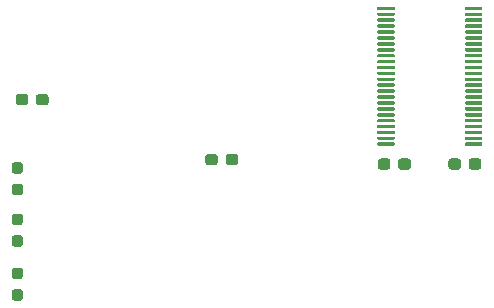
<source format=gbp>
G04 #@! TF.GenerationSoftware,KiCad,Pcbnew,5.1.10*
G04 #@! TF.CreationDate,2021-08-30T11:46:02-07:00*
G04 #@! TF.ProjectId,M68K-BREAKOUT,4d36384b-2d42-4524-9541-4b4f55542e6b,rev?*
G04 #@! TF.SameCoordinates,Original*
G04 #@! TF.FileFunction,Paste,Bot*
G04 #@! TF.FilePolarity,Positive*
%FSLAX46Y46*%
G04 Gerber Fmt 4.6, Leading zero omitted, Abs format (unit mm)*
G04 Created by KiCad (PCBNEW 5.1.10) date 2021-08-30 11:46:02*
%MOMM*%
%LPD*%
G01*
G04 APERTURE LIST*
G04 APERTURE END LIST*
G36*
G01*
X126889500Y-107105000D02*
X127364500Y-107105000D01*
G75*
G02*
X127602000Y-107342500I0J-237500D01*
G01*
X127602000Y-107842500D01*
G75*
G02*
X127364500Y-108080000I-237500J0D01*
G01*
X126889500Y-108080000D01*
G75*
G02*
X126652000Y-107842500I0J237500D01*
G01*
X126652000Y-107342500D01*
G75*
G02*
X126889500Y-107105000I237500J0D01*
G01*
G37*
G36*
G01*
X126889500Y-105280000D02*
X127364500Y-105280000D01*
G75*
G02*
X127602000Y-105517500I0J-237500D01*
G01*
X127602000Y-106017500D01*
G75*
G02*
X127364500Y-106255000I-237500J0D01*
G01*
X126889500Y-106255000D01*
G75*
G02*
X126652000Y-106017500I0J237500D01*
G01*
X126652000Y-105517500D01*
G75*
G02*
X126889500Y-105280000I237500J0D01*
G01*
G37*
G36*
G01*
X164685000Y-96282500D02*
X164685000Y-96757500D01*
G75*
G02*
X164447500Y-96995000I-237500J0D01*
G01*
X163847500Y-96995000D01*
G75*
G02*
X163610000Y-96757500I0J237500D01*
G01*
X163610000Y-96282500D01*
G75*
G02*
X163847500Y-96045000I237500J0D01*
G01*
X164447500Y-96045000D01*
G75*
G02*
X164685000Y-96282500I0J-237500D01*
G01*
G37*
G36*
G01*
X166410000Y-96282500D02*
X166410000Y-96757500D01*
G75*
G02*
X166172500Y-96995000I-237500J0D01*
G01*
X165572500Y-96995000D01*
G75*
G02*
X165335000Y-96757500I0J237500D01*
G01*
X165335000Y-96282500D01*
G75*
G02*
X165572500Y-96045000I237500J0D01*
G01*
X166172500Y-96045000D01*
G75*
G02*
X166410000Y-96282500I0J-237500D01*
G01*
G37*
G36*
G01*
X159366000Y-96757500D02*
X159366000Y-96282500D01*
G75*
G02*
X159603500Y-96045000I237500J0D01*
G01*
X160203500Y-96045000D01*
G75*
G02*
X160441000Y-96282500I0J-237500D01*
G01*
X160441000Y-96757500D01*
G75*
G02*
X160203500Y-96995000I-237500J0D01*
G01*
X159603500Y-96995000D01*
G75*
G02*
X159366000Y-96757500I0J237500D01*
G01*
G37*
G36*
G01*
X157641000Y-96757500D02*
X157641000Y-96282500D01*
G75*
G02*
X157878500Y-96045000I237500J0D01*
G01*
X158478500Y-96045000D01*
G75*
G02*
X158716000Y-96282500I0J-237500D01*
G01*
X158716000Y-96757500D01*
G75*
G02*
X158478500Y-96995000I-237500J0D01*
G01*
X157878500Y-96995000D01*
G75*
G02*
X157641000Y-96757500I0J237500D01*
G01*
G37*
G36*
G01*
X165027000Y-94915500D02*
X165027000Y-94765500D01*
G75*
G02*
X165102000Y-94690500I75000J0D01*
G01*
X166427000Y-94690500D01*
G75*
G02*
X166502000Y-94765500I0J-75000D01*
G01*
X166502000Y-94915500D01*
G75*
G02*
X166427000Y-94990500I-75000J0D01*
G01*
X165102000Y-94990500D01*
G75*
G02*
X165027000Y-94915500I0J75000D01*
G01*
G37*
G36*
G01*
X165027000Y-94415500D02*
X165027000Y-94265500D01*
G75*
G02*
X165102000Y-94190500I75000J0D01*
G01*
X166427000Y-94190500D01*
G75*
G02*
X166502000Y-94265500I0J-75000D01*
G01*
X166502000Y-94415500D01*
G75*
G02*
X166427000Y-94490500I-75000J0D01*
G01*
X165102000Y-94490500D01*
G75*
G02*
X165027000Y-94415500I0J75000D01*
G01*
G37*
G36*
G01*
X165027000Y-93915500D02*
X165027000Y-93765500D01*
G75*
G02*
X165102000Y-93690500I75000J0D01*
G01*
X166427000Y-93690500D01*
G75*
G02*
X166502000Y-93765500I0J-75000D01*
G01*
X166502000Y-93915500D01*
G75*
G02*
X166427000Y-93990500I-75000J0D01*
G01*
X165102000Y-93990500D01*
G75*
G02*
X165027000Y-93915500I0J75000D01*
G01*
G37*
G36*
G01*
X165027000Y-93415500D02*
X165027000Y-93265500D01*
G75*
G02*
X165102000Y-93190500I75000J0D01*
G01*
X166427000Y-93190500D01*
G75*
G02*
X166502000Y-93265500I0J-75000D01*
G01*
X166502000Y-93415500D01*
G75*
G02*
X166427000Y-93490500I-75000J0D01*
G01*
X165102000Y-93490500D01*
G75*
G02*
X165027000Y-93415500I0J75000D01*
G01*
G37*
G36*
G01*
X165027000Y-92915500D02*
X165027000Y-92765500D01*
G75*
G02*
X165102000Y-92690500I75000J0D01*
G01*
X166427000Y-92690500D01*
G75*
G02*
X166502000Y-92765500I0J-75000D01*
G01*
X166502000Y-92915500D01*
G75*
G02*
X166427000Y-92990500I-75000J0D01*
G01*
X165102000Y-92990500D01*
G75*
G02*
X165027000Y-92915500I0J75000D01*
G01*
G37*
G36*
G01*
X165027000Y-92415500D02*
X165027000Y-92265500D01*
G75*
G02*
X165102000Y-92190500I75000J0D01*
G01*
X166427000Y-92190500D01*
G75*
G02*
X166502000Y-92265500I0J-75000D01*
G01*
X166502000Y-92415500D01*
G75*
G02*
X166427000Y-92490500I-75000J0D01*
G01*
X165102000Y-92490500D01*
G75*
G02*
X165027000Y-92415500I0J75000D01*
G01*
G37*
G36*
G01*
X165027000Y-91915500D02*
X165027000Y-91765500D01*
G75*
G02*
X165102000Y-91690500I75000J0D01*
G01*
X166427000Y-91690500D01*
G75*
G02*
X166502000Y-91765500I0J-75000D01*
G01*
X166502000Y-91915500D01*
G75*
G02*
X166427000Y-91990500I-75000J0D01*
G01*
X165102000Y-91990500D01*
G75*
G02*
X165027000Y-91915500I0J75000D01*
G01*
G37*
G36*
G01*
X165027000Y-91415500D02*
X165027000Y-91265500D01*
G75*
G02*
X165102000Y-91190500I75000J0D01*
G01*
X166427000Y-91190500D01*
G75*
G02*
X166502000Y-91265500I0J-75000D01*
G01*
X166502000Y-91415500D01*
G75*
G02*
X166427000Y-91490500I-75000J0D01*
G01*
X165102000Y-91490500D01*
G75*
G02*
X165027000Y-91415500I0J75000D01*
G01*
G37*
G36*
G01*
X165027000Y-90915500D02*
X165027000Y-90765500D01*
G75*
G02*
X165102000Y-90690500I75000J0D01*
G01*
X166427000Y-90690500D01*
G75*
G02*
X166502000Y-90765500I0J-75000D01*
G01*
X166502000Y-90915500D01*
G75*
G02*
X166427000Y-90990500I-75000J0D01*
G01*
X165102000Y-90990500D01*
G75*
G02*
X165027000Y-90915500I0J75000D01*
G01*
G37*
G36*
G01*
X165027000Y-90415500D02*
X165027000Y-90265500D01*
G75*
G02*
X165102000Y-90190500I75000J0D01*
G01*
X166427000Y-90190500D01*
G75*
G02*
X166502000Y-90265500I0J-75000D01*
G01*
X166502000Y-90415500D01*
G75*
G02*
X166427000Y-90490500I-75000J0D01*
G01*
X165102000Y-90490500D01*
G75*
G02*
X165027000Y-90415500I0J75000D01*
G01*
G37*
G36*
G01*
X165027000Y-89915500D02*
X165027000Y-89765500D01*
G75*
G02*
X165102000Y-89690500I75000J0D01*
G01*
X166427000Y-89690500D01*
G75*
G02*
X166502000Y-89765500I0J-75000D01*
G01*
X166502000Y-89915500D01*
G75*
G02*
X166427000Y-89990500I-75000J0D01*
G01*
X165102000Y-89990500D01*
G75*
G02*
X165027000Y-89915500I0J75000D01*
G01*
G37*
G36*
G01*
X165027000Y-89415500D02*
X165027000Y-89265500D01*
G75*
G02*
X165102000Y-89190500I75000J0D01*
G01*
X166427000Y-89190500D01*
G75*
G02*
X166502000Y-89265500I0J-75000D01*
G01*
X166502000Y-89415500D01*
G75*
G02*
X166427000Y-89490500I-75000J0D01*
G01*
X165102000Y-89490500D01*
G75*
G02*
X165027000Y-89415500I0J75000D01*
G01*
G37*
G36*
G01*
X165027000Y-88915500D02*
X165027000Y-88765500D01*
G75*
G02*
X165102000Y-88690500I75000J0D01*
G01*
X166427000Y-88690500D01*
G75*
G02*
X166502000Y-88765500I0J-75000D01*
G01*
X166502000Y-88915500D01*
G75*
G02*
X166427000Y-88990500I-75000J0D01*
G01*
X165102000Y-88990500D01*
G75*
G02*
X165027000Y-88915500I0J75000D01*
G01*
G37*
G36*
G01*
X165027000Y-88415500D02*
X165027000Y-88265500D01*
G75*
G02*
X165102000Y-88190500I75000J0D01*
G01*
X166427000Y-88190500D01*
G75*
G02*
X166502000Y-88265500I0J-75000D01*
G01*
X166502000Y-88415500D01*
G75*
G02*
X166427000Y-88490500I-75000J0D01*
G01*
X165102000Y-88490500D01*
G75*
G02*
X165027000Y-88415500I0J75000D01*
G01*
G37*
G36*
G01*
X165027000Y-87915500D02*
X165027000Y-87765500D01*
G75*
G02*
X165102000Y-87690500I75000J0D01*
G01*
X166427000Y-87690500D01*
G75*
G02*
X166502000Y-87765500I0J-75000D01*
G01*
X166502000Y-87915500D01*
G75*
G02*
X166427000Y-87990500I-75000J0D01*
G01*
X165102000Y-87990500D01*
G75*
G02*
X165027000Y-87915500I0J75000D01*
G01*
G37*
G36*
G01*
X165027000Y-87415500D02*
X165027000Y-87265500D01*
G75*
G02*
X165102000Y-87190500I75000J0D01*
G01*
X166427000Y-87190500D01*
G75*
G02*
X166502000Y-87265500I0J-75000D01*
G01*
X166502000Y-87415500D01*
G75*
G02*
X166427000Y-87490500I-75000J0D01*
G01*
X165102000Y-87490500D01*
G75*
G02*
X165027000Y-87415500I0J75000D01*
G01*
G37*
G36*
G01*
X165027000Y-86915500D02*
X165027000Y-86765500D01*
G75*
G02*
X165102000Y-86690500I75000J0D01*
G01*
X166427000Y-86690500D01*
G75*
G02*
X166502000Y-86765500I0J-75000D01*
G01*
X166502000Y-86915500D01*
G75*
G02*
X166427000Y-86990500I-75000J0D01*
G01*
X165102000Y-86990500D01*
G75*
G02*
X165027000Y-86915500I0J75000D01*
G01*
G37*
G36*
G01*
X165027000Y-86415500D02*
X165027000Y-86265500D01*
G75*
G02*
X165102000Y-86190500I75000J0D01*
G01*
X166427000Y-86190500D01*
G75*
G02*
X166502000Y-86265500I0J-75000D01*
G01*
X166502000Y-86415500D01*
G75*
G02*
X166427000Y-86490500I-75000J0D01*
G01*
X165102000Y-86490500D01*
G75*
G02*
X165027000Y-86415500I0J75000D01*
G01*
G37*
G36*
G01*
X165027000Y-85915500D02*
X165027000Y-85765500D01*
G75*
G02*
X165102000Y-85690500I75000J0D01*
G01*
X166427000Y-85690500D01*
G75*
G02*
X166502000Y-85765500I0J-75000D01*
G01*
X166502000Y-85915500D01*
G75*
G02*
X166427000Y-85990500I-75000J0D01*
G01*
X165102000Y-85990500D01*
G75*
G02*
X165027000Y-85915500I0J75000D01*
G01*
G37*
G36*
G01*
X165027000Y-85415500D02*
X165027000Y-85265500D01*
G75*
G02*
X165102000Y-85190500I75000J0D01*
G01*
X166427000Y-85190500D01*
G75*
G02*
X166502000Y-85265500I0J-75000D01*
G01*
X166502000Y-85415500D01*
G75*
G02*
X166427000Y-85490500I-75000J0D01*
G01*
X165102000Y-85490500D01*
G75*
G02*
X165027000Y-85415500I0J75000D01*
G01*
G37*
G36*
G01*
X165027000Y-84915500D02*
X165027000Y-84765500D01*
G75*
G02*
X165102000Y-84690500I75000J0D01*
G01*
X166427000Y-84690500D01*
G75*
G02*
X166502000Y-84765500I0J-75000D01*
G01*
X166502000Y-84915500D01*
G75*
G02*
X166427000Y-84990500I-75000J0D01*
G01*
X165102000Y-84990500D01*
G75*
G02*
X165027000Y-84915500I0J75000D01*
G01*
G37*
G36*
G01*
X165027000Y-84415500D02*
X165027000Y-84265500D01*
G75*
G02*
X165102000Y-84190500I75000J0D01*
G01*
X166427000Y-84190500D01*
G75*
G02*
X166502000Y-84265500I0J-75000D01*
G01*
X166502000Y-84415500D01*
G75*
G02*
X166427000Y-84490500I-75000J0D01*
G01*
X165102000Y-84490500D01*
G75*
G02*
X165027000Y-84415500I0J75000D01*
G01*
G37*
G36*
G01*
X165027000Y-83915500D02*
X165027000Y-83765500D01*
G75*
G02*
X165102000Y-83690500I75000J0D01*
G01*
X166427000Y-83690500D01*
G75*
G02*
X166502000Y-83765500I0J-75000D01*
G01*
X166502000Y-83915500D01*
G75*
G02*
X166427000Y-83990500I-75000J0D01*
G01*
X165102000Y-83990500D01*
G75*
G02*
X165027000Y-83915500I0J75000D01*
G01*
G37*
G36*
G01*
X165027000Y-83415500D02*
X165027000Y-83265500D01*
G75*
G02*
X165102000Y-83190500I75000J0D01*
G01*
X166427000Y-83190500D01*
G75*
G02*
X166502000Y-83265500I0J-75000D01*
G01*
X166502000Y-83415500D01*
G75*
G02*
X166427000Y-83490500I-75000J0D01*
G01*
X165102000Y-83490500D01*
G75*
G02*
X165027000Y-83415500I0J75000D01*
G01*
G37*
G36*
G01*
X157602000Y-83415500D02*
X157602000Y-83265500D01*
G75*
G02*
X157677000Y-83190500I75000J0D01*
G01*
X159002000Y-83190500D01*
G75*
G02*
X159077000Y-83265500I0J-75000D01*
G01*
X159077000Y-83415500D01*
G75*
G02*
X159002000Y-83490500I-75000J0D01*
G01*
X157677000Y-83490500D01*
G75*
G02*
X157602000Y-83415500I0J75000D01*
G01*
G37*
G36*
G01*
X157602000Y-83915500D02*
X157602000Y-83765500D01*
G75*
G02*
X157677000Y-83690500I75000J0D01*
G01*
X159002000Y-83690500D01*
G75*
G02*
X159077000Y-83765500I0J-75000D01*
G01*
X159077000Y-83915500D01*
G75*
G02*
X159002000Y-83990500I-75000J0D01*
G01*
X157677000Y-83990500D01*
G75*
G02*
X157602000Y-83915500I0J75000D01*
G01*
G37*
G36*
G01*
X157602000Y-84415500D02*
X157602000Y-84265500D01*
G75*
G02*
X157677000Y-84190500I75000J0D01*
G01*
X159002000Y-84190500D01*
G75*
G02*
X159077000Y-84265500I0J-75000D01*
G01*
X159077000Y-84415500D01*
G75*
G02*
X159002000Y-84490500I-75000J0D01*
G01*
X157677000Y-84490500D01*
G75*
G02*
X157602000Y-84415500I0J75000D01*
G01*
G37*
G36*
G01*
X157602000Y-84915500D02*
X157602000Y-84765500D01*
G75*
G02*
X157677000Y-84690500I75000J0D01*
G01*
X159002000Y-84690500D01*
G75*
G02*
X159077000Y-84765500I0J-75000D01*
G01*
X159077000Y-84915500D01*
G75*
G02*
X159002000Y-84990500I-75000J0D01*
G01*
X157677000Y-84990500D01*
G75*
G02*
X157602000Y-84915500I0J75000D01*
G01*
G37*
G36*
G01*
X157602000Y-85415500D02*
X157602000Y-85265500D01*
G75*
G02*
X157677000Y-85190500I75000J0D01*
G01*
X159002000Y-85190500D01*
G75*
G02*
X159077000Y-85265500I0J-75000D01*
G01*
X159077000Y-85415500D01*
G75*
G02*
X159002000Y-85490500I-75000J0D01*
G01*
X157677000Y-85490500D01*
G75*
G02*
X157602000Y-85415500I0J75000D01*
G01*
G37*
G36*
G01*
X157602000Y-85915500D02*
X157602000Y-85765500D01*
G75*
G02*
X157677000Y-85690500I75000J0D01*
G01*
X159002000Y-85690500D01*
G75*
G02*
X159077000Y-85765500I0J-75000D01*
G01*
X159077000Y-85915500D01*
G75*
G02*
X159002000Y-85990500I-75000J0D01*
G01*
X157677000Y-85990500D01*
G75*
G02*
X157602000Y-85915500I0J75000D01*
G01*
G37*
G36*
G01*
X157602000Y-86415500D02*
X157602000Y-86265500D01*
G75*
G02*
X157677000Y-86190500I75000J0D01*
G01*
X159002000Y-86190500D01*
G75*
G02*
X159077000Y-86265500I0J-75000D01*
G01*
X159077000Y-86415500D01*
G75*
G02*
X159002000Y-86490500I-75000J0D01*
G01*
X157677000Y-86490500D01*
G75*
G02*
X157602000Y-86415500I0J75000D01*
G01*
G37*
G36*
G01*
X157602000Y-86915500D02*
X157602000Y-86765500D01*
G75*
G02*
X157677000Y-86690500I75000J0D01*
G01*
X159002000Y-86690500D01*
G75*
G02*
X159077000Y-86765500I0J-75000D01*
G01*
X159077000Y-86915500D01*
G75*
G02*
X159002000Y-86990500I-75000J0D01*
G01*
X157677000Y-86990500D01*
G75*
G02*
X157602000Y-86915500I0J75000D01*
G01*
G37*
G36*
G01*
X157602000Y-87415500D02*
X157602000Y-87265500D01*
G75*
G02*
X157677000Y-87190500I75000J0D01*
G01*
X159002000Y-87190500D01*
G75*
G02*
X159077000Y-87265500I0J-75000D01*
G01*
X159077000Y-87415500D01*
G75*
G02*
X159002000Y-87490500I-75000J0D01*
G01*
X157677000Y-87490500D01*
G75*
G02*
X157602000Y-87415500I0J75000D01*
G01*
G37*
G36*
G01*
X157602000Y-87915500D02*
X157602000Y-87765500D01*
G75*
G02*
X157677000Y-87690500I75000J0D01*
G01*
X159002000Y-87690500D01*
G75*
G02*
X159077000Y-87765500I0J-75000D01*
G01*
X159077000Y-87915500D01*
G75*
G02*
X159002000Y-87990500I-75000J0D01*
G01*
X157677000Y-87990500D01*
G75*
G02*
X157602000Y-87915500I0J75000D01*
G01*
G37*
G36*
G01*
X157602000Y-88415500D02*
X157602000Y-88265500D01*
G75*
G02*
X157677000Y-88190500I75000J0D01*
G01*
X159002000Y-88190500D01*
G75*
G02*
X159077000Y-88265500I0J-75000D01*
G01*
X159077000Y-88415500D01*
G75*
G02*
X159002000Y-88490500I-75000J0D01*
G01*
X157677000Y-88490500D01*
G75*
G02*
X157602000Y-88415500I0J75000D01*
G01*
G37*
G36*
G01*
X157602000Y-88915500D02*
X157602000Y-88765500D01*
G75*
G02*
X157677000Y-88690500I75000J0D01*
G01*
X159002000Y-88690500D01*
G75*
G02*
X159077000Y-88765500I0J-75000D01*
G01*
X159077000Y-88915500D01*
G75*
G02*
X159002000Y-88990500I-75000J0D01*
G01*
X157677000Y-88990500D01*
G75*
G02*
X157602000Y-88915500I0J75000D01*
G01*
G37*
G36*
G01*
X157602000Y-89415500D02*
X157602000Y-89265500D01*
G75*
G02*
X157677000Y-89190500I75000J0D01*
G01*
X159002000Y-89190500D01*
G75*
G02*
X159077000Y-89265500I0J-75000D01*
G01*
X159077000Y-89415500D01*
G75*
G02*
X159002000Y-89490500I-75000J0D01*
G01*
X157677000Y-89490500D01*
G75*
G02*
X157602000Y-89415500I0J75000D01*
G01*
G37*
G36*
G01*
X157602000Y-89915500D02*
X157602000Y-89765500D01*
G75*
G02*
X157677000Y-89690500I75000J0D01*
G01*
X159002000Y-89690500D01*
G75*
G02*
X159077000Y-89765500I0J-75000D01*
G01*
X159077000Y-89915500D01*
G75*
G02*
X159002000Y-89990500I-75000J0D01*
G01*
X157677000Y-89990500D01*
G75*
G02*
X157602000Y-89915500I0J75000D01*
G01*
G37*
G36*
G01*
X157602000Y-90415500D02*
X157602000Y-90265500D01*
G75*
G02*
X157677000Y-90190500I75000J0D01*
G01*
X159002000Y-90190500D01*
G75*
G02*
X159077000Y-90265500I0J-75000D01*
G01*
X159077000Y-90415500D01*
G75*
G02*
X159002000Y-90490500I-75000J0D01*
G01*
X157677000Y-90490500D01*
G75*
G02*
X157602000Y-90415500I0J75000D01*
G01*
G37*
G36*
G01*
X157602000Y-90915500D02*
X157602000Y-90765500D01*
G75*
G02*
X157677000Y-90690500I75000J0D01*
G01*
X159002000Y-90690500D01*
G75*
G02*
X159077000Y-90765500I0J-75000D01*
G01*
X159077000Y-90915500D01*
G75*
G02*
X159002000Y-90990500I-75000J0D01*
G01*
X157677000Y-90990500D01*
G75*
G02*
X157602000Y-90915500I0J75000D01*
G01*
G37*
G36*
G01*
X157602000Y-91415500D02*
X157602000Y-91265500D01*
G75*
G02*
X157677000Y-91190500I75000J0D01*
G01*
X159002000Y-91190500D01*
G75*
G02*
X159077000Y-91265500I0J-75000D01*
G01*
X159077000Y-91415500D01*
G75*
G02*
X159002000Y-91490500I-75000J0D01*
G01*
X157677000Y-91490500D01*
G75*
G02*
X157602000Y-91415500I0J75000D01*
G01*
G37*
G36*
G01*
X157602000Y-91915500D02*
X157602000Y-91765500D01*
G75*
G02*
X157677000Y-91690500I75000J0D01*
G01*
X159002000Y-91690500D01*
G75*
G02*
X159077000Y-91765500I0J-75000D01*
G01*
X159077000Y-91915500D01*
G75*
G02*
X159002000Y-91990500I-75000J0D01*
G01*
X157677000Y-91990500D01*
G75*
G02*
X157602000Y-91915500I0J75000D01*
G01*
G37*
G36*
G01*
X157602000Y-92415500D02*
X157602000Y-92265500D01*
G75*
G02*
X157677000Y-92190500I75000J0D01*
G01*
X159002000Y-92190500D01*
G75*
G02*
X159077000Y-92265500I0J-75000D01*
G01*
X159077000Y-92415500D01*
G75*
G02*
X159002000Y-92490500I-75000J0D01*
G01*
X157677000Y-92490500D01*
G75*
G02*
X157602000Y-92415500I0J75000D01*
G01*
G37*
G36*
G01*
X157602000Y-92915500D02*
X157602000Y-92765500D01*
G75*
G02*
X157677000Y-92690500I75000J0D01*
G01*
X159002000Y-92690500D01*
G75*
G02*
X159077000Y-92765500I0J-75000D01*
G01*
X159077000Y-92915500D01*
G75*
G02*
X159002000Y-92990500I-75000J0D01*
G01*
X157677000Y-92990500D01*
G75*
G02*
X157602000Y-92915500I0J75000D01*
G01*
G37*
G36*
G01*
X157602000Y-93415500D02*
X157602000Y-93265500D01*
G75*
G02*
X157677000Y-93190500I75000J0D01*
G01*
X159002000Y-93190500D01*
G75*
G02*
X159077000Y-93265500I0J-75000D01*
G01*
X159077000Y-93415500D01*
G75*
G02*
X159002000Y-93490500I-75000J0D01*
G01*
X157677000Y-93490500D01*
G75*
G02*
X157602000Y-93415500I0J75000D01*
G01*
G37*
G36*
G01*
X157602000Y-93915500D02*
X157602000Y-93765500D01*
G75*
G02*
X157677000Y-93690500I75000J0D01*
G01*
X159002000Y-93690500D01*
G75*
G02*
X159077000Y-93765500I0J-75000D01*
G01*
X159077000Y-93915500D01*
G75*
G02*
X159002000Y-93990500I-75000J0D01*
G01*
X157677000Y-93990500D01*
G75*
G02*
X157602000Y-93915500I0J75000D01*
G01*
G37*
G36*
G01*
X157602000Y-94415500D02*
X157602000Y-94265500D01*
G75*
G02*
X157677000Y-94190500I75000J0D01*
G01*
X159002000Y-94190500D01*
G75*
G02*
X159077000Y-94265500I0J-75000D01*
G01*
X159077000Y-94415500D01*
G75*
G02*
X159002000Y-94490500I-75000J0D01*
G01*
X157677000Y-94490500D01*
G75*
G02*
X157602000Y-94415500I0J75000D01*
G01*
G37*
G36*
G01*
X157602000Y-94915500D02*
X157602000Y-94765500D01*
G75*
G02*
X157677000Y-94690500I75000J0D01*
G01*
X159002000Y-94690500D01*
G75*
G02*
X159077000Y-94765500I0J-75000D01*
G01*
X159077000Y-94915500D01*
G75*
G02*
X159002000Y-94990500I-75000J0D01*
G01*
X157677000Y-94990500D01*
G75*
G02*
X157602000Y-94915500I0J75000D01*
G01*
G37*
G36*
G01*
X144100500Y-95901500D02*
X144100500Y-96376500D01*
G75*
G02*
X143863000Y-96614000I-237500J0D01*
G01*
X143263000Y-96614000D01*
G75*
G02*
X143025500Y-96376500I0J237500D01*
G01*
X143025500Y-95901500D01*
G75*
G02*
X143263000Y-95664000I237500J0D01*
G01*
X143863000Y-95664000D01*
G75*
G02*
X144100500Y-95901500I0J-237500D01*
G01*
G37*
G36*
G01*
X145825500Y-95901500D02*
X145825500Y-96376500D01*
G75*
G02*
X145588000Y-96614000I-237500J0D01*
G01*
X144988000Y-96614000D01*
G75*
G02*
X144750500Y-96376500I0J237500D01*
G01*
X144750500Y-95901500D01*
G75*
G02*
X144988000Y-95664000I237500J0D01*
G01*
X145588000Y-95664000D01*
G75*
G02*
X145825500Y-95901500I0J-237500D01*
G01*
G37*
G36*
G01*
X128695500Y-91296500D02*
X128695500Y-90821500D01*
G75*
G02*
X128933000Y-90584000I237500J0D01*
G01*
X129533000Y-90584000D01*
G75*
G02*
X129770500Y-90821500I0J-237500D01*
G01*
X129770500Y-91296500D01*
G75*
G02*
X129533000Y-91534000I-237500J0D01*
G01*
X128933000Y-91534000D01*
G75*
G02*
X128695500Y-91296500I0J237500D01*
G01*
G37*
G36*
G01*
X126970500Y-91296500D02*
X126970500Y-90821500D01*
G75*
G02*
X127208000Y-90584000I237500J0D01*
G01*
X127808000Y-90584000D01*
G75*
G02*
X128045500Y-90821500I0J-237500D01*
G01*
X128045500Y-91296500D01*
G75*
G02*
X127808000Y-91534000I-237500J0D01*
G01*
X127208000Y-91534000D01*
G75*
G02*
X126970500Y-91296500I0J237500D01*
G01*
G37*
G36*
G01*
X126889500Y-98191500D02*
X127364500Y-98191500D01*
G75*
G02*
X127602000Y-98429000I0J-237500D01*
G01*
X127602000Y-98929000D01*
G75*
G02*
X127364500Y-99166500I-237500J0D01*
G01*
X126889500Y-99166500D01*
G75*
G02*
X126652000Y-98929000I0J237500D01*
G01*
X126652000Y-98429000D01*
G75*
G02*
X126889500Y-98191500I237500J0D01*
G01*
G37*
G36*
G01*
X126889500Y-96366500D02*
X127364500Y-96366500D01*
G75*
G02*
X127602000Y-96604000I0J-237500D01*
G01*
X127602000Y-97104000D01*
G75*
G02*
X127364500Y-97341500I-237500J0D01*
G01*
X126889500Y-97341500D01*
G75*
G02*
X126652000Y-97104000I0J237500D01*
G01*
X126652000Y-96604000D01*
G75*
G02*
X126889500Y-96366500I237500J0D01*
G01*
G37*
G36*
G01*
X127364500Y-101683000D02*
X126889500Y-101683000D01*
G75*
G02*
X126652000Y-101445500I0J237500D01*
G01*
X126652000Y-100945500D01*
G75*
G02*
X126889500Y-100708000I237500J0D01*
G01*
X127364500Y-100708000D01*
G75*
G02*
X127602000Y-100945500I0J-237500D01*
G01*
X127602000Y-101445500D01*
G75*
G02*
X127364500Y-101683000I-237500J0D01*
G01*
G37*
G36*
G01*
X127364500Y-103508000D02*
X126889500Y-103508000D01*
G75*
G02*
X126652000Y-103270500I0J237500D01*
G01*
X126652000Y-102770500D01*
G75*
G02*
X126889500Y-102533000I237500J0D01*
G01*
X127364500Y-102533000D01*
G75*
G02*
X127602000Y-102770500I0J-237500D01*
G01*
X127602000Y-103270500D01*
G75*
G02*
X127364500Y-103508000I-237500J0D01*
G01*
G37*
M02*

</source>
